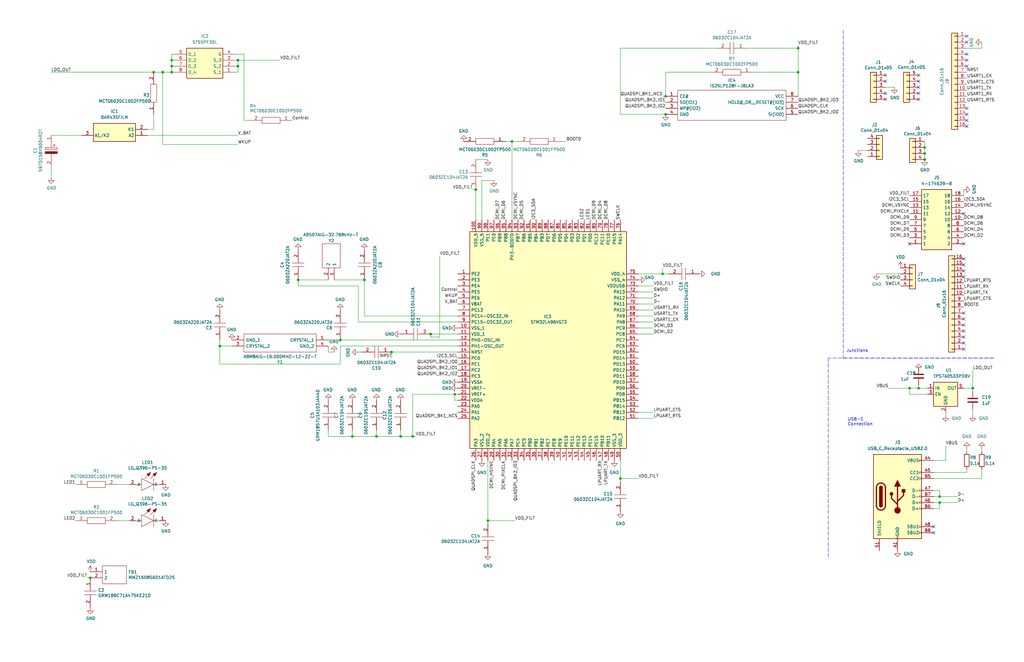
<source format=kicad_sch>
(kicad_sch (version 20231120) (generator "eeschema") (generator_version "8.0")
  (paper "User" 431.8 279.4)
  (junction (at 158.75 184.15))
  (junction (at 125.73 118.11))
  (junction (at 173.99 184.15))
  (junction (at 279.4 115.57))
  (junction (at 387.35 163.83))
  (junction (at 64.77 30.48))
  (junction (at 181.61 140.97))
  (junction (at 280.67 40.64))
  (junction (at 261.62 201.93))
  (junction (at 72.39 25.4))
  (junction (at 200.66 80.01))
  (junction (at 100.33 25.4))
  (junction (at 165.1 148.59))
  (junction (at 100.33 27.94))
  (junction (at 215.9 59.69))
  (junction (at 38.1 243.84))
  (junction (at 168.91 184.15))
  (junction (at 68.58 30.48))
  (junction (at 396.24 209.55))
  (junction (at 389.89 67.31))
  (junction (at 153.67 118.11))
  (junction (at 383.54 163.83))
  (junction (at 280.67 48.26))
  (junction (at 389.89 64.77))
  (junction (at 389.89 62.23))
  (junction (at 191.77 166.37))
  (junction (at 143.51 143.51))
  (junction (at 410.21 163.83))
  (junction (at 92.71 146.05))
  (junction (at 72.39 30.48))
  (junction (at 72.39 27.94))
  (junction (at 396.24 212.09))
  (junction (at 148.59 184.15))
  (junction (at 336.55 20.32))
  (junction (at 205.74 219.71))
  (junction (at 336.55 30.48))
  (no_connect (at 406.4 132.08))
  (no_connect (at 406.4 111.76))
  (no_connect (at 407.67 48.26))
  (no_connect (at 407.67 25.4))
  (no_connect (at 383.54 102.87))
  (no_connect (at 387.35 31.75))
  (no_connect (at 387.35 41.91))
  (no_connect (at 406.4 134.62))
  (no_connect (at 406.4 109.22))
  (no_connect (at 406.4 102.87))
  (no_connect (at 406.4 139.7))
  (no_connect (at 406.4 142.24))
  (no_connect (at 373.38 41.91))
  (no_connect (at 373.38 34.29))
  (no_connect (at 407.67 27.94))
  (no_connect (at 407.67 15.24))
  (no_connect (at 393.7 224.79))
  (no_connect (at 393.7 222.25))
  (no_connect (at 406.4 137.16))
  (no_connect (at 406.4 147.32))
  (no_connect (at 406.4 114.3))
  (no_connect (at 407.67 45.72))
  (no_connect (at 406.4 90.17))
  (no_connect (at 373.38 39.37))
  (no_connect (at 387.35 36.83))
  (no_connect (at 407.67 53.34))
  (no_connect (at 406.4 116.84))
  (no_connect (at 373.38 31.75))
  (no_connect (at 407.67 22.86))
  (no_connect (at 406.4 144.78))
  (no_connect (at 407.67 17.78))
  (no_connect (at 387.35 34.29))
  (no_connect (at 387.35 39.37))
  (no_connect (at 407.67 50.8))
  (wire (pts (xy 389.89 67.31) (xy 389.89 64.77)))
  (wire (pts (xy 100.33 25.4) (xy 118.11 25.4)))
  (wire (pts (xy 100.33 30.48) (xy 99.06 30.48)))
  (wire (pts (xy 165.1 151.13) (xy 165.1 148.59)))
  (wire (pts (xy 369.57 115.57) (xy 379.73 115.57)))
  (wire (pts (xy 261.62 48.26) (xy 261.62 20.32)))
  (wire (pts (xy 173.99 184.15) (xy 168.91 184.15)))
  (wire (pts (xy 68.58 30.48) (xy 68.58 60.96)))
  (wire (pts (xy 396.24 212.09) (xy 403.86 212.09)))
  (wire (pts (xy 72.39 27.94) (xy 73.66 27.94)))
  (wire (pts (xy 64.77 30.48) (xy 68.58 30.48)))
  (wire (pts (xy 143.51 146.05) (xy 193.04 146.05)))
  (wire (pts (xy 102.87 50.8) (xy 105.41 50.8)))
  (wire (pts (xy 410.21 163.83) (xy 410.21 165.1)))
  (wire (pts (xy 383.54 166.37) (xy 383.54 163.83)))
  (wire (pts (xy 38.1 243.84) (xy 36.83 243.84)))
  (wire (pts (xy 200.66 80.01) (xy 199.39 80.01)))
  (polyline (pts (xy 349.25 151.13) (xy 349.25 234.95)) (stroke (width 0) (type dash)))
  (wire (pts (xy 102.87 22.86) (xy 102.87 50.8)))
  (wire (pts (xy 391.16 166.37) (xy 383.54 166.37)))
  (wire (pts (xy 275.59 125.73) (xy 269.24 125.73)))
  (wire (pts (xy 275.59 130.81) (xy 269.24 130.81)))
  (wire (pts (xy 280.67 40.64) (xy 279.4 40.64)))
  (wire (pts (xy 215.9 59.69) (xy 215.9 92.71)))
  (wire (pts (xy 72.39 25.4) (xy 73.66 25.4)))
  (polyline (pts (xy 355.6 151.13) (xy 419.1 151.13)) (stroke (width 0) (type dash)))
  (wire (pts (xy 205.74 219.71) (xy 217.17 219.71)))
  (wire (pts (xy 151.13 135.89) (xy 193.04 135.89)))
  (wire (pts (xy 72.39 25.4) (xy 72.39 27.94)))
  (wire (pts (xy 200.66 67.31) (xy 205.74 67.31)))
  (wire (pts (xy 396.24 209.55) (xy 403.86 209.55)))
  (wire (pts (xy 275.59 133.35) (xy 269.24 133.35)))
  (wire (pts (xy 100.33 27.94) (xy 100.33 30.48)))
  (wire (pts (xy 407.67 189.23) (xy 407.67 190.5)))
  (wire (pts (xy 215.9 59.69) (xy 218.44 59.69)))
  (wire (pts (xy 151.13 148.59) (xy 152.4 148.59)))
  (wire (pts (xy 269.24 201.93) (xy 261.62 201.93)))
  (wire (pts (xy 72.39 30.48) (xy 73.66 30.48)))
  (wire (pts (xy 191.77 166.37) (xy 193.04 166.37)))
  (wire (pts (xy 393.7 194.31) (xy 398.78 194.31)))
  (wire (pts (xy 275.59 173.99) (xy 269.24 173.99)))
  (wire (pts (xy 62.23 57.15) (xy 100.33 57.15)))
  (wire (pts (xy 336.55 20.32) (xy 336.55 30.48)))
  (wire (pts (xy 407.67 199.39) (xy 407.67 198.12)))
  (wire (pts (xy 181.61 142.24) (xy 181.61 140.97)))
  (wire (pts (xy 261.62 20.32) (xy 302.26 20.32)))
  (wire (pts (xy 49.53 219.71) (xy 54.61 219.71)))
  (wire (pts (xy 410.21 156.21) (xy 410.21 163.83)))
  (wire (pts (xy 336.55 40.64) (xy 336.55 30.48)))
  (wire (pts (xy 389.89 62.23) (xy 389.89 59.69)))
  (wire (pts (xy 173.99 184.15) (xy 173.99 166.37)))
  (wire (pts (xy 138.43 118.11) (xy 125.73 118.11)))
  (wire (pts (xy 414.02 189.23) (xy 414.02 190.5)))
  (wire (pts (xy 158.75 181.61) (xy 158.75 184.15)))
  (wire (pts (xy 203.2 92.71) (xy 203.2 76.2)))
  (wire (pts (xy 21.59 74.93) (xy 21.59 69.85)))
  (wire (pts (xy 393.7 199.39) (xy 407.67 199.39)))
  (wire (pts (xy 398.78 175.26) (xy 398.78 173.99)))
  (wire (pts (xy 185.42 142.24) (xy 181.61 142.24)))
  (wire (pts (xy 280.67 48.26) (xy 261.62 48.26)))
  (wire (pts (xy 140.97 148.59) (xy 138.43 148.59)))
  (wire (pts (xy 398.78 194.31) (xy 398.78 187.96)))
  (wire (pts (xy 68.58 30.48) (xy 72.39 30.48)))
  (wire (pts (xy 406.4 80.01) (xy 406.4 82.55)))
  (wire (pts (xy 143.51 153.67) (xy 92.71 153.67)))
  (wire (pts (xy 275.59 123.19) (xy 269.24 123.19)))
  (wire (pts (xy 377.19 36.83) (xy 373.38 36.83)))
  (wire (pts (xy 99.06 27.94) (xy 100.33 27.94)))
  (wire (pts (xy 393.7 214.63) (xy 396.24 214.63)))
  (wire (pts (xy 275.59 140.97) (xy 269.24 140.97)))
  (wire (pts (xy 275.59 135.89) (xy 269.24 135.89)))
  (polyline (pts (xy 419.1 151.13) (xy 349.25 151.13)) (stroke (width 0) (type dash)))
  (wire (pts (xy 387.35 163.83) (xy 391.16 163.83)))
  (wire (pts (xy 165.1 148.59) (xy 193.04 148.59)))
  (wire (pts (xy 205.74 194.31) (xy 205.74 219.71)))
  (wire (pts (xy 393.7 212.09) (xy 396.24 212.09)))
  (wire (pts (xy 387.35 154.94) (xy 387.35 156.21)))
  (wire (pts (xy 336.55 30.48) (xy 317.5 30.48)))
  (wire (pts (xy 97.79 146.05) (xy 92.71 146.05)))
  (wire (pts (xy 68.58 60.96) (xy 100.33 60.96)))
  (wire (pts (xy 173.99 184.15) (xy 175.26 184.15)))
  (wire (pts (xy 21.59 30.48) (xy 64.77 30.48)))
  (wire (pts (xy 138.43 148.59) (xy 138.43 146.05)))
  (wire (pts (xy 73.66 22.86) (xy 72.39 22.86)))
  (wire (pts (xy 279.4 115.57) (xy 281.94 115.57)))
  (wire (pts (xy 49.53 204.47) (xy 54.61 204.47)))
  (wire (pts (xy 407.67 20.32) (xy 414.02 20.32)))
  (wire (pts (xy 64.77 48.26) (xy 64.77 54.61)))
  (wire (pts (xy 92.71 146.05) (xy 92.71 143.51)))
  (wire (pts (xy 148.59 181.61) (xy 148.59 184.15)))
  (wire (pts (xy 365.76 63.5) (xy 361.95 63.5)))
  (wire (pts (xy 138.43 184.15) (xy 138.43 181.61)))
  (wire (pts (xy 191.77 168.91) (xy 191.77 166.37)))
  (wire (pts (xy 406.4 163.83) (xy 410.21 163.83)))
  (wire (pts (xy 72.39 22.86) (xy 72.39 25.4)))
  (wire (pts (xy 387.35 162.56) (xy 387.35 163.83)))
  (wire (pts (xy 153.67 118.11) (xy 140.97 118.11)))
  (wire (pts (xy 205.74 219.71) (xy 205.74 220.98)))
  (wire (pts (xy 275.59 176.53) (xy 269.24 176.53)))
  (wire (pts (xy 191.77 166.37) (xy 173.99 166.37)))
  (wire (pts (xy 383.54 163.83) (xy 387.35 163.83)))
  (wire (pts (xy 168.91 181.61) (xy 168.91 184.15)))
  (wire (pts (xy 185.42 107.95) (xy 185.42 142.24)))
  (wire (pts (xy 374.65 163.83) (xy 383.54 163.83)))
  (wire (pts (xy 92.71 153.67) (xy 92.71 146.05)))
  (wire (pts (xy 275.59 138.43) (xy 269.24 138.43)))
  (wire (pts (xy 143.51 146.05) (xy 143.51 153.67)))
  (wire (pts (xy 280.67 30.48) (xy 299.72 30.48)))
  (wire (pts (xy 389.89 64.77) (xy 389.89 62.23)))
  (wire (pts (xy 148.59 184.15) (xy 138.43 184.15)))
  (wire (pts (xy 200.66 92.71) (xy 200.66 80.01)))
  (wire (pts (xy 62.23 54.61) (xy 64.77 54.61)))
  (wire (pts (xy 261.62 201.93) (xy 261.62 203.2)))
  (wire (pts (xy 275.59 128.27) (xy 269.24 128.27)))
  (wire (pts (xy 213.36 59.69) (xy 215.9 59.69)))
  (wire (pts (xy 151.13 135.89) (xy 151.13 120.65)))
  (wire (pts (xy 280.67 40.64) (xy 280.67 30.48)))
  (wire (pts (xy 414.02 201.93) (xy 414.02 198.12)))
  (wire (pts (xy 279.4 113.03) (xy 279.4 115.57)))
  (wire (pts (xy 393.7 207.01) (xy 396.24 207.01)))
  (wire (pts (xy 181.61 140.97) (xy 193.04 140.97)))
  (wire (pts (xy 125.73 120.65) (xy 125.73 118.11)))
  (wire (pts (xy 143.51 143.51) (xy 193.04 143.51)))
  (wire (pts (xy 396.24 212.09) (xy 396.24 214.63)))
  (wire (pts (xy 99.06 25.4) (xy 100.33 25.4)))
  (wire (pts (xy 261.62 194.31) (xy 261.62 201.93)))
  (polyline (pts (xy 355.6 12.7) (xy 355.6 151.13)) (stroke (width 0) (type dash)))
  (wire (pts (xy 193.04 168.91) (xy 191.77 168.91)))
  (wire (pts (xy 414.02 20.32) (xy 414.02 17.78)))
  (wire (pts (xy 143.51 143.51) (xy 138.43 143.51)))
  (wire (pts (xy 396.24 209.55) (xy 393.7 209.55)))
  (wire (pts (xy 269.24 115.57) (xy 279.4 115.57)))
  (wire (pts (xy 100.33 25.4) (xy 100.33 27.94)))
  (wire (pts (xy 393.7 201.93) (xy 414.02 201.93)))
  (wire (pts (xy 238.76 59.69) (xy 236.22 59.69)))
  (wire (pts (xy 168.91 184.15) (xy 158.75 184.15)))
  (wire (pts (xy 203.2 76.2) (xy 208.28 76.2)))
  (wire (pts (xy 151.13 120.65) (xy 125.73 120.65)))
  (wire (pts (xy 275.59 120.65) (xy 269.24 120.65)))
  (wire (pts (xy 314.96 20.32) (xy 336.55 20.32)))
  (wire (pts (xy 410.21 175.26) (xy 410.21 172.72)))
  (wire (pts (xy 72.39 27.94) (xy 72.39 30.48)))
  (wire (pts (xy 336.55 20.32) (xy 336.55 19.05)))
  (wire (pts (xy 153.67 133.35) (xy 153.67 118.11)))
  (wire (pts (xy 153.67 133.35) (xy 193.04 133.35)))
  (wire (pts (xy 158.75 184.15) (xy 148.59 184.15)))
  (wire (pts (xy 21.59 57.15) (xy 34.29 57.15)))
  (wire (pts (xy 99.06 22.86) (xy 102.87 22.86)))
  (wire (pts (xy 396.24 207.01) (xy 396.24 209.55)))
  (text "Junctions" (at 356.87 148.844 0) (effects (font (size 1.27 1.27)) (justify left bottom)))
  (text "USB-C \nConnection" (at 357.378 179.832 0) (effects (font (size 1.27 1.27)) (justify left bottom)))
  (label "LPUART_TX" (at 406.4 124.46 0))
  (label "D-" (at 403.86 209.55 0))
  (label "DCMI_D9" (at 383.54 92.71 180))
  (label "QUADSPI_BK2_IO0" (at 193.04 153.67 180))
  (label "VDD_FILT" (at 199.39 80.01 180))
  (label "QUADSPI_BK2_IO1" (at 280.67 43.18 180))
  (label "VDD_FILT" (at 269.24 201.93 0))
  (label "USART1_CTS" (at 407.67 35.56 0))
  (label "DCMI_D5" (at 383.54 97.79 180))
  (label "VDD_FILT" (at 175.26 184.15 0))
  (label "QUADSPI_BK2_IO2" (at 193.04 158.75 180))
  (label "VBUS" (at 398.78 187.96 0))
  (label "USART1_RX" (at 407.67 40.64 0))
  (label "QUADSPI_BK2_IO1" (at 193.04 156.21 180))
  (label "DCMI_PIXCLK" (at 213.36 194.31 270))
  (label "SWCLK" (at 261.62 92.71 90))
  (label "I2C3_SDA" (at 226.06 92.71 90))
  (label "I2C3_SDA" (at 406.4 85.09 0))
  (label "DCMI_D5" (at 220.98 92.71 90))
  (label "VDD_FILT" (at 36.83 243.84 180))
  (label "NRST" (at 407.67 30.48 0))
  (label "DCMI_D2" (at 275.59 140.97 0))
  (label "DCMI_D7" (at 383.54 95.25 180))
  (label "DCMI_VSYNC" (at 383.54 87.63 180))
  (label "LED2" (at 31.75 219.71 180))
  (label "D+" (at 403.86 212.09 0))
  (label "QUADSPI_CLK" (at 200.66 194.31 270))
  (label "VDD_FILT" (at 279.4 113.03 0))
  (label "LPUART_RX" (at 406.4 121.92 0))
  (label "D+" (at 275.59 125.73 0))
  (label "DCMI_D3" (at 383.54 100.33 180))
  (label "I2C3_SCL" (at 383.54 85.09 180))
  (label "VDD_FILT" (at 118.11 25.4 0))
  (label "V_BAT" (at 193.04 128.27 180))
  (label "QUADSPI_BK2_IO2" (at 280.67 45.72 180))
  (label "VBUS" (at 374.65 163.83 180))
  (label "Control" (at 123.19 50.8 0))
  (label "LPUART_RTS" (at 275.59 176.53 0))
  (label "I2C3_SCL" (at 193.04 151.13 180))
  (label "LDO_OUT" (at 21.59 30.48 0))
  (label "VDD_FILT" (at 275.59 120.65 0))
  (label "VDD_FILT" (at 336.55 19.05 0))
  (label "DCMI_PIXCLK" (at 383.54 90.17 180))
  (label "BOOT0" (at 406.4 129.54 0))
  (label "QUADSPI_BK2_IO3" (at 218.44 194.31 270))
  (label "QUADSPI_CLK" (at 336.55 45.72 0))
  (label "QUADSPI_BK2_IO3" (at 336.55 43.18 0))
  (label "LPUART_RTS" (at 406.4 119.38 0))
  (label "WKUP" (at 100.33 60.96 0))
  (label "BOOT0" (at 238.76 59.69 0))
  (label "SWDIO" (at 275.59 123.19 0))
  (label "DCMI_D3" (at 275.59 138.43 0))
  (label "VDD_FILT" (at 217.17 219.71 0))
  (label "USART1_CK" (at 407.67 33.02 0))
  (label "LPUART_TX" (at 256.54 194.31 270))
  (label "VDD_FILT" (at 383.54 82.55 180))
  (label "DCMI_VSYNC" (at 218.44 92.71 90))
  (label "Control" (at 193.04 123.19 180))
  (label "USART1_TX" (at 275.59 133.35 0))
  (label "LED1" (at 31.75 204.47 180))
  (label "DCMI_D8" (at 406.4 92.71 0))
  (label "WKUP" (at 193.04 125.73 180))
  (label "LPUART_RX" (at 254 194.31 270))
  (label "SWCLK" (at 379.73 120.65 180))
  (label "DCMI_D2" (at 406.4 100.33 0))
  (label "DCMI_D6" (at 213.36 92.71 90))
  (label "DCMI_D7" (at 210.82 92.71 90))
  (label "DCMI_HSYNC" (at 208.28 194.31 270))
  (label "LED2" (at 246.38 92.71 90))
  (label "DCMI_D4" (at 406.4 97.79 0))
  (label "DCMI_D4" (at 254 92.71 90))
  (label "SWDIO" (at 379.73 118.11 180))
  (label "V_BAT" (at 100.33 57.15 0))
  (label "DCMI_D9" (at 251.46 92.71 90))
  (label "DCMI_D8" (at 256.54 92.71 90))
  (label "D-" (at 275.59 128.27 0))
  (label "DCMI_HSYNC" (at 406.4 87.63 0))
  (label "USART1_TX" (at 407.67 38.1 0))
  (label "USART1_RTS" (at 407.67 43.18 0))
  (label "USART1_CK" (at 275.59 135.89 0))
  (label "LDO_OUT" (at 410.21 156.21 0))
  (label "DCMI_D6" (at 406.4 95.25 0))
  (label "LPUART_CTS" (at 275.59 173.99 0))
  (label "QUADSPI_BK2_IO0" (at 336.55 48.26 0))
  (label "LED1" (at 248.92 92.71 90))
  (label "USART1_RX" (at 275.59 130.81 0))
  (label "NRST" (at 165.1 151.13 180))
  (label "LPUART_CTS" (at 406.4 127 0))
  (label "QUADSPI_BK1_NCS" (at 193.04 176.53 180))
  (label "VDD_FILT" (at 185.42 107.95 0))
  (label "QUADSPI_BK1_NCS" (at 279.4 40.64 180))
  (symbol (lib_id "ta-expt:597D158X9004R2T") (at 21.59 57.15 270) (unit 1)
    (property "Reference" "C1" (at 14.8082 63.5 0))
    (property "Value" "597D158X9004R2T" (at 17.1196 63.5 0))
    (property "Footprint" "ta-expt-v2-100:CAPPC5660X400N" (effects (hide yes)))
    (property "Datasheet" "http://www.vishay.com/doc?40047" (effects (hide yes)))
    (property "Description" "Solid Tantalum Chip Capacitors TANTAMOUNT(TM), Ultra-Low ESR, Conformal Coated, Maximum CV" (effects (hide yes)))
    (property "Height" "4" (effects (hide yes)))
    (property "Manufacturer_Name" "Vishay" (effects (hide yes)))
    (property "Manufacturer_Part_Number" "597D158X9004R2T" (effects (hide yes)))
    (property "Arrow Part Number" "597D158X9004R2T" (effects (hide yes)))
    (property "Arrow Price/Stock" "https://www.arrow.com/en/products/597d158x9004r2t/vishay" (effects (hide yes)))
    (property "Mouser Part Number" "71-597D158X9004R2T" (effects (hide yes)))
    (property "Mouser Price/Stock" "https://www.mouser.com/Search/Refine.aspx?Keyword=71-597D158X9004R2T" (effects (hide yes)))
  )
  (symbol (lib_id "power:GND") (at 21.59 74.93 0) (unit 1)
    (property "Reference" "#PWR01" (effects (hide yes)))
    (property "Value" "GND" (at 21.717 79.3242 0))
  )
  (symbol (lib_id "ta-expt:IS25LP128F-JBLA3") (at 280.67 40.64 0) (unit 1)
    (property "Reference" "IC4" (at 308.61 33.909 0))
    (property "Value" "IS25LP128F-JBLA3" (at 308.61 36.2204 0))
    (property "Footprint" "ta-expt-v2-100:SOIC127P790X216-8N" (effects (hide yes)))
    (property "Datasheet" "http://www.issi.com/WW/pdf/25LP-WP128F.pdf" (effects (hide yes)))
    (property "Description" "NOR Flash 128M 2.3-3.6V 166Mhz Serial NOR Flash" (effects (hide yes)))
    (property "Height" "2.16" (effects (hide yes)))
    (property "Manufacturer_Name" "Integrated Silicon Solution Inc." (effects (hide yes)))
    (property "Manufacturer_Part_Number" "IS25LP128F-JBLA3" (effects (hide yes)))
    (property "Arrow Part Number" "IS25LP128F-JBLA3" (effects (hide yes)))
    (property "Arrow Price/Stock" "https://www.arrow.com/en/products/is25lp128f-jbla3/integrated-silicon-solution-inc" (effects (hide yes)))
    (property "Mouser Part Number" "870-IS25LP128F-JBLA3" (effects (hide yes)))
    (property "Mouser Price/Stock" "https://www.mouser.co.uk/ProductDetail/ISSI/IS25LP128F-JBLA3?qs=f9yNj16SXrJUIEEJAN4gHA%3D%3D" (effects (hide yes)))
  )
  (symbol (lib_id "ta-expt:0603ZC104JAT2A") (at 314.96 20.32 0) (mirror y) (unit 1)
    (property "Reference" "C17" (at 308.61 13.589 0))
    (property "Value" "0603ZC104JAT2A" (at 308.61 15.9004 0))
    (property "Footprint" "ta-expt-v2-100:CAPC1608X90N" (effects (hide yes)))
    (property "Datasheet" "https://componentsearchengine.com/Datasheets/1/06031A100FAT2A.pdf" (effects (hide yes)))
    (property "Description" "Multilayer Ceramic Capacitors MLCC - SMD/SMT 10V .1uF X7R 0603 5%" (effects (hide yes)))
    (property "Height" "0.9" (effects (hide yes)))
    (property "Manufacturer_Name" "AVX" (effects (hide yes)))
    (property "Manufacturer_Part_Number" "0603ZC104JAT2A" (effects (hide yes)))
    (property "Arrow Part Number" "0603ZC104JAT2A" (effects (hide yes)))
    (property "Mouser Part Number" "581-0603ZC104JAT2A" (effects (hide yes)))
    (property "Mouser Price/Stock" "https://www.mouser.com/Search/Refine.aspx?Keyword=581-0603ZC104JAT2A" (effects (hide yes)))
  )
  (symbol (lib_id "ta-expt:MCT06030C1002FP500") (at 317.5 30.48 0) (mirror y) (unit 1)
    (property "Reference" "R7" (at 308.61 24.765 0))
    (property "Value" "MCT06030C1002FP500" (at 308.61 27.0764 0))
    (property "Footprint" "ta-expt-v2-100:RESC1608X55N" (effects (hide yes)))
    (property "Datasheet" "http://www.vishay.com/docs/28705/mcx0x0xpro.pdf" (effects (hide yes)))
    (property "Description" "Thin Film Resistors - SMD .1W 10Kohms 1% 0603 50ppm Auto" (effects (hide yes)))
    (property "Height" "0.55" (effects (hide yes)))
    (property "Manufacturer_Name" "Vishay" (effects (hide yes)))
    (property "Manufacturer_Part_Number" "MCT06030C1002FP500" (effects (hide yes)))
    (property "Arrow Part Number" "MCT06030C1002FP500" (effects (hide yes)))
    (property "Mouser Part Number" "594-MCT06030C1002FP5" (effects (hide yes)))
    (property "Mouser Price/Stock" "https://www.mouser.co.uk/ProductDetail/Vishay-Beyschlag/MCT06030C1002FP500?qs=Wvg1umJc15zoHgIjwqoGHw%3D%3D" (effects (hide yes)))
  )
  (symbol (lib_id "Connector_Generic:Conn_01x16") (at 401.32 129.54 180) (unit 1)
    (property "Reference" "J8" (at 395.732 129.032 90))
    (property "Value" "Conn_01x16" (at 398.1196 128.1684 90))
    (property "Footprint" "ta-expt-v2-100:PinSocket_1x16_TartanArtibeus" (effects (hide yes)))
  )
  (symbol (lib_id "Connector_Generic:Conn_01x16") (at 402.59 33.02 0) (mirror y) (unit 1)
    (property "Reference" "J9" (at 399.415 34.3916 90))
    (property "Value" "Conn_01x16" (at 397.1036 34.3916 90))
    (property "Footprint" "ta-expt-v2-100:PinSocket_1x16_TartanArtibeus" (effects (hide yes)))
  )
  (symbol (lib_id "power:GND") (at 414.02 17.78 270) (unit 1)
    (property "Reference" "#PWR042" (effects (hide yes)))
    (property "Value" "GND" (at 409.6258 17.907 0))
  )
  (symbol (lib_id "ta-expt:MCT06030C1001FP500") (at 31.75 204.47 0) (unit 1)
    (property "Reference" "R1" (at 40.64 198.755 0))
    (property "Value" "MCT06030C1001FP500" (at 40.64 201.0664 0))
    (property "Footprint" "ta-expt-v2-100:RESC1608X55N" (effects (hide yes)))
    (property "Datasheet" "http://www.vishay.com/docs/28705/mcx0x0xpro.pdf" (effects (hide yes)))
    (property "Description" "Thin Film Resistors - SMD .1W 1Kohm 1% 0603 50ppm Auto" (effects (hide yes)))
    (property "Height" "0.55" (effects (hide yes)))
    (property "Manufacturer_Name" "Vishay" (effects (hide yes)))
    (property "Manufacturer_Part_Number" "MCT06030C1001FP500" (effects (hide yes)))
    (property "Arrow Part Number" "MCT06030C1001FP500" (effects (hide yes)))
    (property "Mouser Part Number" "594-MCT06030C1001FP5" (effects (hide yes)))
    (property "Mouser Price/Stock" "https://www.mouser.co.uk/ProductDetail/Vishay-Beyschlag/MCT06030C1001FP500?qs=7ZE6F4QMOBbsjeUdqW8cwA%3D%3D" (effects (hide yes)))
  )
  (symbol (lib_id "ta-expt:MCT06030C1001FP500") (at 31.75 219.71 0) (unit 1)
    (property "Reference" "R2" (at 40.64 213.995 0))
    (property "Value" "MCT06030C1001FP500" (at 40.64 216.3064 0))
    (property "Footprint" "ta-expt-v2-100:RESC1608X55N" (effects (hide yes)))
    (property "Datasheet" "http://www.vishay.com/docs/28705/mcx0x0xpro.pdf" (effects (hide yes)))
    (property "Description" "Thin Film Resistors - SMD .1W 1Kohm 1% 0603 50ppm Auto" (effects (hide yes)))
    (property "Height" "0.55" (effects (hide yes)))
    (property "Manufacturer_Name" "Vishay" (effects (hide yes)))
    (property "Manufacturer_Part_Number" "MCT06030C1001FP500" (effects (hide yes)))
    (property "Arrow Part Number" "MCT06030C1001FP500" (effects (hide yes)))
    (property "Mouser Part Number" "594-MCT06030C1001FP5" (effects (hide yes)))
    (property "Mouser Price/Stock" "https://www.mouser.co.uk/ProductDetail/Vishay-Beyschlag/MCT06030C1001FP500?qs=7ZE6F4QMOBbsjeUdqW8cwA%3D%3D" (effects (hide yes)))
  )
  (symbol (lib_id "ta-expt:LG_Q396-PS-35") (at 69.85 204.47 0) (mirror y) (unit 1)
    (property "Reference" "LED1" (at 62.23 195.1482 0))
    (property "Value" "LG_Q396-PS-35" (at 62.23 197.4596 0))
    (property "Footprint" "ta-expt-v2-100:LGQ396PS35" (effects (hide yes)))
    (property "Datasheet" "https://mouser.componentsearchengine.com/Datasheets/2/LG%20Q396-PS-35.pdf" (effects (hide yes)))
    (property "Description" "CHIPLED 0603 GREEN" (effects (hide yes)))
    (property "Height" "0.4" (effects (hide yes)))
    (property "Manufacturer_Name" "OSRAM" (effects (hide yes)))
    (property "Manufacturer_Part_Number" "LG Q396-PS-35" (effects (hide yes)))
    (property "Arrow Part Number" "LG Q396-PS-35" (effects (hide yes)))
    (property "Arrow Price/Stock" "https://www.arrow.com/en/products/lgq396-ps-35/osram-opto-semiconductors" (effects (hide yes)))
    (property "Mouser Part Number" "720-LGQ396A3964" (effects (hide yes)))
    (property "Mouser Price/Stock" "https://www.mouser.co.uk/ProductDetail/OSRAM-Opto-Semiconductors/LG-Q396-PS-35?qs=xC%252BE9h5iuX5%252BCocujXxOpw%3D%3D" (effects (hide yes)))
  )
  (symbol (lib_id "power:GND") (at 69.85 204.47 0) (unit 1)
    (property "Reference" "#PWR04" (effects (hide yes)))
    (property "Value" "GND" (at 69.977 208.8642 0))
  )
  (symbol (lib_id "ta-expt:LG_Q396-PS-35") (at 69.85 219.71 0) (mirror y) (unit 1)
    (property "Reference" "LED2" (at 62.23 210.3882 0))
    (property "Value" "LG_Q396-PS-35" (at 62.23 212.6996 0))
    (property "Footprint" "ta-expt-v2-100:LGQ396PS35" (effects (hide yes)))
    (property "Datasheet" "https://mouser.componentsearchengine.com/Datasheets/2/LG%20Q396-PS-35.pdf" (effects (hide yes)))
    (property "Description" "CHIPLED 0603 GREEN" (effects (hide yes)))
    (property "Height" "0.4" (effects (hide yes)))
    (property "Manufacturer_Name" "OSRAM" (effects (hide yes)))
    (property "Manufacturer_Part_Number" "LG Q396-PS-35" (effects (hide yes)))
    (property "Arrow Part Number" "LG Q396-PS-35" (effects (hide yes)))
    (property "Arrow Price/Stock" "https://www.arrow.com/en/products/lgq396-ps-35/osram-opto-semiconductors" (effects (hide yes)))
    (property "Mouser Part Number" "720-LGQ396A3964" (effects (hide yes)))
    (property "Mouser Price/Stock" "https://www.mouser.co.uk/ProductDetail/OSRAM-Opto-Semiconductors/LG-Q396-PS-35?qs=xC%252BE9h5iuX5%252BCocujXxOpw%3D%3D" (effects (hide yes)))
  )
  (symbol (lib_id "power:GND") (at 69.85 219.71 0) (unit 1)
    (property "Reference" "#PWR05" (effects (hide yes)))
    (property "Value" "GND" (at 69.977 224.1042 0))
  )
  (symbol (lib_id "Connector_Generic:Conn_01x04") (at 384.81 115.57 0) (unit 1)
    (property "Reference" "J7" (at 386.842 115.7732 0) (effects (justify left)))
    (property "Value" "Conn_01x04" (at 386.842 118.0846 0) (effects (justify left)))
    (property "Footprint" "ta-expt-v2-100:PinSocket_4x1_TartanArtibeus" (effects (hide yes)))
  )
  (symbol (lib_id "power:GND") (at 369.57 115.57 0) (unit 1)
    (property "Reference" "#PWR032" (effects (hide yes)))
    (property "Value" "GND" (at 369.697 119.9642 0))
  )
  (symbol (lib_id "Connector_Generic:Conn_01x04") (at 370.84 63.5 0) (mirror x) (unit 1)
    (property "Reference" "J2" (at 368.7572 52.705 0))
    (property "Value" "Conn_01x04" (at 368.7572 55.0164 0))
    (property "Footprint" "ta-expt-v2-100:PinSocket_4x1_TartanArtibeus" (effects (hide yes)))
  )
  (symbol (lib_id "power:VDD") (at 379.73 113.03 0) (unit 1)
    (property "Reference" "#PWR035" (effects (hide yes)))
    (property "Value" "VDD" (at 379.73 108.458 0))
  )
  (symbol (lib_id "ta-expt:MMZ1608S601ATD25") (at 38.1 241.3 0) (unit 1)
    (property "Reference" "FB1" (at 54.0512 241.4016 0) (effects (justify left)))
    (property "Value" "MMZ1608S601ATD25" (at 54.0512 243.713 0) (effects (justify left)))
    (property "Footprint" "ta-expt-v2-100:BEADC1608X95N" (effects (hide yes)))
    (property "Datasheet" "https://datasheet.datasheetarchive.com/originals/dk/DKDS-25/489214.pdf" (effects (hide yes)))
    (property "Description" "Ferrite Beads Multi-Layer 600Ohm 25% 100MHz 500mA 350mOhm DCR 0603 Automotive T/R" (effects (hide yes)))
    (property "Height" "0.95" (effects (hide yes)))
    (property "Manufacturer_Name" "TDK" (effects (hide yes)))
    (property "Manufacturer_Part_Number" "MMZ1608S601ATD25" (effects (hide yes)))
    (property "Arrow Part Number" "MMZ1608S601ATD25" (effects (hide yes)))
    (property "Arrow Price/Stock" "https://www.arrow.com/en/products/mmz1608s601atd25/tdk" (effects (hide yes)))
    (property "Mouser Part Number" "810-MMZ1608S601ATD25" (effects (hide yes)))
    (property "Mouser Price/Stock" "https://www.mouser.com/Search/Refine.aspx?Keyword=810-MMZ1608S601ATD25" (effects (hide yes)))
  )
  (symbol (lib_id "Connector_Generic:Conn_01x05") (at 382.27 36.83 180) (unit 1)
    (property "Reference" "J4" (at 384.3528 26.035 0))
    (property "Value" "Conn_01x05" (at 384.3528 28.3464 0))
    (property "Footprint" "ta-expt-v2-100:PinSocket_1x5_TartanArtibeus" (effects (hide yes)))
  )
  (symbol (lib_id "ta-expt:GRM188C71A475KE21D") (at 38.1 243.84 270) (unit 1)
    (property "Reference" "C2" (at 41.3512 249.0216 90) (effects (justify left)))
    (property "Value" "GRM188C71A475KE21D" (at 41.3512 251.333 90) (effects (justify left)))
    (property "Footprint" "ta-expt-v2-100:CAPC1608X90N" (effects (hide yes)))
    (property "Description" "Multilayer Ceramic Capacitors MLCC - SMD/SMT" (effects (hide yes)))
    (property "Height" "0.9" (effects (hide yes)))
    (property "Manufacturer_Name" "Murata Electronics" (effects (hide yes)))
    (property "Manufacturer_Part_Number" "GRM188C71A475KE21D" (effects (hide yes)))
    (property "Arrow Part Number" "GRM188C71A475KE21D" (effects (hide yes)))
    (property "Mouser Part Number" "81-GRM188C71A475KE2D" (effects (hide yes)))
    (property "Mouser Price/Stock" "https://www.mouser.com/Search/Refine.aspx?Keyword=81-GRM188C71A475KE2D" (effects (hide yes)))
  )
  (symbol (lib_id "power:GND") (at 38.1 256.54 0) (unit 1)
    (property "Reference" "#PWR03" (effects (hide yes)))
    (property "Value" "GND" (at 38.227 260.9342 0))
  )
  (symbol (lib_id "power:VDD") (at 38.1 241.3 0) (unit 1)
    (property "Reference" "#PWR02" (effects (hide yes)))
    (property "Value" "VDD" (at 38.481 236.9058 0))
  )
  (symbol (lib_id "Connector_Generic:Conn_01x05") (at 368.3 36.83 0) (mirror y) (unit 1)
    (property "Reference" "J1" (at 370.3828 26.2382 0))
    (property "Value" "Conn_01x05" (at 370.3828 28.5496 0))
    (property "Footprint" "ta-expt-v2-100:PinSocket_1x5_TartanArtibeus" (effects (hide yes)))
  )
  (symbol (lib_id "power:GND") (at 361.95 63.5 0) (unit 1)
    (property "Reference" "#PWR031" (effects (hide yes)))
    (property "Value" "GND" (at 362.077 67.8942 0))
  )
  (symbol (lib_id "power:GND") (at 377.19 36.83 0) (unit 1)
    (property "Reference" "#PWR033" (effects (hide yes)))
    (property "Value" "GND" (at 377.317 41.2242 0))
  )
  (symbol (lib_id "power:GND") (at 280.67 48.26 0) (unit 1)
    (property "Reference" "#PWR029" (effects (hide yes)))
    (property "Value" "GND" (at 280.797 52.6542 0))
  )
  (symbol (lib_id "Connector_Generic:Conn_01x04") (at 384.81 62.23 0) (mirror y) (unit 1)
    (property "Reference" "J6" (at 386.8928 54.1782 0))
    (property "Value" "Conn_01x04" (at 386.8928 56.4896 0))
    (property "Footprint" "ta-expt-v2-100:MountingHoles_TartanArtibeus" (effects (hide yes)))
  )
  (symbol (lib_id "power:GND") (at 389.89 67.31 0) (unit 1)
    (property "Reference" "#PWR037" (effects (hide yes)))
    (property "Value" "GND" (at 390.017 71.7042 0))
  )
  (symbol (lib_id "ta-expt:0603ZC105JAT2A") (at 168.91 181.61 90) (unit 1)
    (property "Reference" "C12" (at 162.179 175.26 0))
    (property "Value" "0603ZC105JAT2A" (at 164.4904 175.26 0))
    (property "Footprint" "ta-expt-v2-100:CAPC1608X90N" (effects (hide yes)))
    (property "Datasheet" "https://componentsearchengine.com/Datasheets/1/06031A100FAT2A.pdf" (effects (hide yes)))
    (property "Description" "Multilayer Ceramic Capacitors MLCC - SMD/SMT FACTORY NOT ACCEPTING ORDERS" (effects (hide yes)))
    (property "Height" "0.9" (effects (hide yes)))
    (property "Manufacturer_Name" "AVX" (effects (hide yes)))
    (property "Manufacturer_Part_Number" "0603ZC105JAT2A" (effects (hide yes)))
    (property "Arrow Part Number" "0603ZC105JAT2A" (effects (hide yes)))
    (property "Arrow Price/Stock" "https://www.arrow.com/en/products/0603zc105jat2a/avx" (effects (hide yes)))
    (property "Mouser Part Number" "581-0603ZC105JAT2A" (effects (hide yes)))
    (property "Mouser Price/Stock" "https://www.mouser.com/Search/Refine.aspx?Keyword=581-0603ZC105JAT2A" (effects (hide yes)))
  )
  (symbol (lib_id "ta-expt:0603ZC104JAT2A") (at 205.74 233.68 270) (mirror x) (unit 1)
    (property "Reference" "C14" (at 202.4888 226.1616 90) (effects (justify right)))
    (property "Value" "0603ZC104JAT2A" (at 202.4888 228.473 90) (effects (justify right)))
    (property "Footprint" "ta-expt-v2-100:CAPC1608X90N" (effects (hide yes)))
    (property "Datasheet" "https://componentsearchengine.com/Datasheets/1/06031A100FAT2A.pdf" (effects (hide yes)))
    (property "Description" "Multilayer Ceramic Capacitors MLCC - SMD/SMT 10V .1uF X7R 0603 5%" (effects (hide yes)))
    (property "Height" "0.9" (effects (hide yes)))
    (property "Manufacturer_Name" "AVX" (effects (hide yes)))
    (property "Manufacturer_Part_Number" "0603ZC104JAT2A" (effects (hide yes)))
    (property "Arrow Part Number" "0603ZC104JAT2A" (effects (hide yes)))
    (property "Mouser Part Number" "581-0603ZC104JAT2A" (effects (hide yes)))
    (property "Mouser Price/Stock" "https://www.mouser.com/Search/Refine.aspx?Keyword=581-0603ZC104JAT2A" (effects (hide yes)))
  )
  (symbol (lib_id "ta-expt:0603ZA220JAT2A") (at 125.73 118.11 90) (unit 1)
    (property "Reference" "C4" (at 118.999 111.76 0))
    (property "Value" "0603ZA220JAT2A" (at 121.3104 111.76 0))
    (property "Footprint" "ta-expt-v2-100:CAPC1608X90N" (effects (hide yes)))
    (property "Datasheet" "https://componentsearchengine.com/Datasheets/1/06031A100FAT2A.pdf" (effects (hide yes)))
    (property "Description" "Multilayer Ceramic Capacitors MLCC - SMD/SMT 10V 22pF C0G 0603 5% Tol" (effects (hide yes)))
    (property "Height" "0.9" (effects (hide yes)))
    (property "Manufacturer_Name" "AVX" (effects (hide yes)))
    (property "Manufacturer_Part_Number" "0603ZA220JAT2A" (effects (hide yes)))
    (property "Arrow Part Number" "0603ZA220JAT2A" (effects (hide yes)))
    (property "Arrow Price/Stock" "https://www.arrow.com/en/products/0603za220jat2a/avx" (effects (hide yes)))
    (property "Mouser Part Number" "581-0603ZA220JAT2A" (effects (hide yes)))
    (property "Mouser Price/Stock" "https://www.mouser.com/Search/Refine.aspx?Keyword=581-0603ZA220JAT2A" (effects (hide yes)))
  )
  (symbol (lib_id "Device:R") (at 407.67 194.31 0) (unit 1)
    (property "Reference" "R8" (at 408.94 193.04 0) (effects (justify left)))
    (property "Value" "5.1k" (at 408.94 195.58 0) (effects (justify left)))
    (property "Footprint" "ta-expt-v2-100:RESC1608X55N" (effects (hide yes)))
    (property "Datasheet" "MCT06030C5101FP500" (effects (hide yes)))
  )
  (symbol (lib_id "power:GND") (at 168.91 168.91 180) (unit 1)
    (property "Reference" "#PWR017" (effects (hide yes)))
    (property "Value" "GND" (at 168.783 164.5158 0))
  )
  (symbol (lib_name "GND_1") (lib_id "power:GND") (at 168.91 140.97 270) (unit 1)
    (property "Reference" "#PWR016" (effects (hide yes)))
    (property "Value" "GND" (at 166.37 140.9699 90) (effects (justify right)))
    (property "Description" "Power symbol creates a global label with name \"GND\" , ground" (effects (hide yes)))
  )
  (symbol (lib_id "ta-expt:0603ZC104JAT2A") (at 200.66 80.01 270) (mirror x) (unit 1)
    (property "Reference" "C13" (at 197.4088 72.4916 90) (effects (justify right)))
    (property "Value" "0603ZC104JAT2A" (at 197.4088 74.803 90) (effects (justify right)))
    (property "Footprint" "ta-expt-v2-100:CAPC1608X90N" (effects (hide yes)))
    (property "Datasheet" "https://componentsearchengine.com/Datasheets/1/06031A100FAT2A.pdf" (effects (hide yes)))
    (property "Description" "Multilayer Ceramic Capacitors MLCC - SMD/SMT 10V .1uF X7R 0603 5%" (effects (hide yes)))
    (property "Height" "0.9" (effects (hide yes)))
    (property "Manufacturer_Name" "AVX" (effects (hide yes)))
    (property "Manufacturer_Part_Number" "0603ZC104JAT2A" (effects (hide yes)))
    (property "Arrow Part Number" "0603ZC104JAT2A" (effects (hide yes)))
    (property "Mouser Part Number" "581-0603ZC104JAT2A" (effects (hide yes)))
    (property "Mouser Price/Stock" "https://www.mouser.com/Search/Refine.aspx?Keyword=581-0603ZC104JAT2A" (effects (hide yes)))
  )
  (symbol (lib_id "ta-expt:0603ZC104JAT2A") (at 165.1 148.59 180) (unit 1)
    (property "Reference" "C10" (at 158.75 155.321 0))
    (property "Value" "0603ZC104JAT2A" (at 158.75 153.0096 0))
    (property "Footprint" "ta-expt-v2-100:CAPC1608X90N" (effects (hide yes)))
    (property "Datasheet" "https://componentsearchengine.com/Datasheets/1/06031A100FAT2A.pdf" (effects (hide yes)))
    (property "Description" "Multilayer Ceramic Capacitors MLCC - SMD/SMT 10V .1uF X7R 0603 5%" (effects (hide yes)))
    (property "Height" "0.9" (effects (hide yes)))
    (property "Manufacturer_Name" "AVX" (effects (hide yes)))
    (property "Manufacturer_Part_Number" "0603ZC104JAT2A" (effects (hide yes)))
    (property "Arrow Part Number" "0603ZC104JAT2A" (effects (hide yes)))
    (property "Mouser Part Number" "581-0603ZC104JAT2A" (effects (hide yes)))
    (property "Mouser Price/Stock" "https://www.mouser.com/Search/Refine.aspx?Keyword=581-0603ZC104JAT2A" (effects (hide yes)))
  )
  (symbol (lib_id "power:GND") (at 387.35 156.21 180) (unit 1)
    (property "Reference" "#PWR036" (effects (hide yes)))
    (property "Value" "GND" (at 389.89 154.9399 0) (effects (justify right)))
  )
  (symbol (lib_id "power:GND") (at 143.51 130.81 180) (unit 1)
    (property "Reference" "#PWR011" (effects (hide yes)))
    (property "Value" "GND" (at 143.383 126.4158 0))
  )
  (symbol (lib_name "GND_1") (lib_id "power:GND") (at 294.64 115.57 90) (unit 1)
    (property "Reference" "#PWR030" (effects (hide yes)))
    (property "Value" "GND" (at 299.72 115.5699 90) (effects (justify right)))
    (property "Description" "Power symbol creates a global label with name \"GND\" , ground" (effects (hide yes)))
  )
  (symbol (lib_id "STS5PF30L:STS5PF30L") (at 99.06 30.48 180) (unit 1)
    (property "Reference" "IC2" (at 86.36 15.24 0))
    (property "Value" "STS5PF30L" (at 86.36 17.78 0))
    (property "Footprint" "ta-expt-v2-100:SOIC127P600X175-8N" (effects (hide yes)))
    (property "Datasheet" "http://www.st.com/st-web-ui/static/active/en/resource/technical/document/datasheet/CD00001945.pdf" (effects (hide yes)))
    (property "Description" "STS5PF30L, P-channel MOSFET Transistor 5A 30V, 8-Pin SO" (effects (hide yes)))
    (property "Height" "1.75" (effects (hide yes)))
    (property "Manufacturer_Name" "STMicroelectronics" (effects (hide yes)))
    (property "Manufacturer_Part_Number" "STS5PF30L" (effects (hide yes)))
    (property "Mouser Part Number" "511-STS5PF30L" (effects (hide yes)))
    (property "Mouser Price/Stock" "https://www.mouser.com/Search/Refine.aspx?Keyword=511-STS5PF30L" (effects (hide yes)))
    (property "Arrow Part Number" "STS5PF30L" (effects (hide yes)))
    (property "Arrow Price/Stock" "https://www.arrow.com/en/products/sts5pf30l/stmicroelectronics" (effects (hide yes)))
  )
  (symbol (lib_id "ta-expt:MCT06030C1002FP500") (at 213.36 59.69 180) (unit 1)
    (property "Reference" "R5" (at 204.47 65.405 0))
    (property "Value" "MCT06030C1002FP500" (at 204.47 63.0936 0))
    (property "Footprint" "ta-expt-v2-100:RESC1608X55N" (effects (hide yes)))
    (property "Datasheet" "http://www.vishay.com/docs/28705/mcx0x0xpro.pdf" (effects (hide yes)))
    (property "Description" "Thin Film Resistors - SMD .1W 10Kohms 1% 0603 50ppm Auto" (effects (hide yes)))
    (property "Height" "0.55" (effects (hide yes)))
    (property "Manufacturer_Name" "Vishay" (effects (hide yes)))
    (property "Manufacturer_Part_Number" "MCT06030C1002FP500" (effects (hide yes)))
    (property "Arrow Part Number" "MCT06030C1002FP500" (effects (hide yes)))
    (property "Mouser Part Number" "594-MCT06030C1002FP5" (effects (hide yes)))
    (property "Mouser Price/Stock" "https://www.mouser.co.uk/ProductDetail/Vishay-Beyschlag/MCT06030C1002FP500?qs=Wvg1umJc15zoHgIjwqoGHw%3D%3D" (effects (hide yes)))
  )
  (symbol (lib_id "power:GND") (at 153.67 105.41 180) (unit 1)
    (property "Reference" "#PWR014" (effects (hide yes)))
    (property "Value" "GND" (at 153.543 101.0158 0))
  )
  (symbol (lib_id "power:GND") (at 414.02 189.23 180) (unit 1)
    (property "Reference" "#PWR043" (effects (hide yes)))
    (property "Value" "GND" (at 414.02 184.15 0))
  )
  (symbol (lib_name "GND_1") (lib_id "power:GND") (at 203.2 194.31 0) (unit 1)
    (property "Reference" "#PWR022" (effects (hide yes)))
    (property "Value" "GND" (at 203.2 199.39 0))
    (property "Description" "Power symbol creates a global label with name \"GND\" , ground" (effects (hide yes)))
  )
  (symbol (lib_id "BAR43SFILM:BAR43SFILM") (at 62.23 57.15 180) (unit 1)
    (property "Reference" "IC1" (at 48.26 46.99 0))
    (property "Value" "BAR43SFILM" (at 48.26 49.53 0))
    (property "Footprint" "ta-expt-v2-100:SOTFL50P160X78-3N" (effects (hide yes)))
    (property "Datasheet" "http://www.st.com/st-web-ui/static/active/en/resource/technical/document/datasheet/CD00000764.pdf" (effects (hide yes)))
    (property "Description" "BAR43SFILM, Schottky Diode,  0.1A max, 30V 5ns Dual, 3-Pin, SOT-23" (effects (hide yes)))
    (property "Height" "1.5" (effects (hide yes)))
    (property "Manufacturer_Name" "STMicroelectronics" (effects (hide yes)))
    (property "Manufacturer_Part_Number" "BAR43SFILM" (effects (hide yes)))
    (property "Mouser Part Number" "511-BAR43SFILM" (effects (hide yes)))
    (property "Mouser Price/Stock" "https://www.mouser.co.uk/ProductDetail/STMicroelectronics/BAR43SFILM?qs=QD4S45kuY2oNwRQsBwsPGQ%3D%3D" (effects (hide yes)))
    (property "Arrow Part Number" "BAR43SFILM" (effects (hide yes)))
    (property "Arrow Price/Stock" "https://www.arrow.com/en/products/bar43sfilm/stmicroelectronics?region=europe" (effects (hide yes)))
  )
  (symbol (lib_id "power:GND") (at 92.71 130.81 180) (unit 1)
    (property "Reference" "#PWR06" (effects (hide yes)))
    (property "Value" "GND" (at 92.583 126.4158 0))
  )
  (symbol (lib_id "power:GND") (at 125.73 105.41 180) (unit 1)
    (property "Reference" "#PWR08" (effects (hide yes)))
    (property "Value" "GND" (at 125.603 101.0158 0))
  )
  (symbol (lib_id "power:GND") (at 195.58 59.69 180) (unit 1)
    (property "Reference" "#PWR021" (effects (hide yes)))
    (property "Value" "GND" (at 195.453 55.2958 0))
  )
  (symbol (lib_id "Regulator_Linear:TPS7A0533PDBV") (at 398.78 166.37 0) (unit 1)
    (property "Reference" "U1" (at 400.05 156.21 0))
    (property "Value" "TPS7A0533PDBV" (at 401.32 158.75 0))
    (property "Footprint" "Package_TO_SOT_SMD:SOT-23-5" (effects (hide yes)))
    (property "Datasheet" "https://www.ti.com/lit/ds/symlink/tps7a05.pdf" (effects (hide yes)))
  )
  (symbol (lib_id "power:GND") (at 148.59 168.91 180) (unit 1)
    (property "Reference" "#PWR012" (effects (hide yes)))
    (property "Value" "GND" (at 148.463 164.5158 0))
  )
  (symbol (lib_id "ta-expt:0603ZC104JAT2A") (at 294.64 115.57 0) (mirror y) (unit 1)
    (property "Reference" "C16" (at 287.1216 118.8212 90) (effects (justify right)))
    (property "Value" "0603ZC104JAT2A" (at 289.433 118.8212 90) (effects (justify right)))
    (property "Footprint" "ta-expt-v2-100:CAPC1608X90N" (effects (hide yes)))
    (property "Datasheet" "https://componentsearchengine.com/Datasheets/1/06031A100FAT2A.pdf" (effects (hide yes)))
    (property "Description" "Multilayer Ceramic Capacitors MLCC - SMD/SMT 10V .1uF X7R 0603 5%" (effects (hide yes)))
    (property "Height" "0.9" (effects (hide yes)))
    (property "Manufacturer_Name" "AVX" (effects (hide yes)))
    (property "Manufacturer_Part_Number" "0603ZC104JAT2A" (effects (hide yes)))
    (property "Arrow Part Number" "0603ZC104JAT2A" (effects (hide yes)))
    (property "Mouser Part Number" "581-0603ZC104JAT2A" (effects (hide yes)))
    (property "Mouser Price/Stock" "https://www.mouser.com/Search/Refine.aspx?Keyword=581-0603ZC104JAT2A" (effects (hide yes)))
  )
  (symbol (lib_id "ta-expt:MCT06030C1001FP500") (at 236.22 59.69 180) (unit 1)
    (property "Reference" "R6" (at 227.33 65.405 0))
    (property "Value" "MCT06030C1001FP500" (at 227.33 63.0936 0))
    (property "Footprint" "ta-expt-v2-100:RESC1608X55N" (effects (hide yes)))
    (property "Datasheet" "http://www.vishay.com/docs/28705/mcx0x0xpro.pdf" (effects (hide yes)))
    (property "Description" "Thin Film Resistors - SMD .1W 1Kohm 1% 0603 50ppm Auto" (effects (hide yes)))
    (property "Height" "0.55" (effects (hide yes)))
    (property "Manufacturer_Name" "Vishay" (effects (hide yes)))
    (property "Manufacturer_Part_Number" "MCT06030C1001FP500" (effects (hide yes)))
    (property "Arrow Part Number" "MCT06030C1001FP500" (effects (hide yes)))
    (property "Mouser Part Number" "594-MCT06030C1001FP5" (effects (hide yes)))
    (property "Mouser Price/Stock" "https://www.mouser.co.uk/ProductDetail/Vishay-Beyschlag/MCT06030C1001FP500?qs=7ZE6F4QMOBbsjeUdqW8cwA%3D%3D" (effects (hide yes)))
  )
  (symbol (lib_id "ta-expt:MCT06030C1002FP500") (at 64.77 48.26 90) (unit 1)
    (property "Reference" "R3" (at 61.722 40.132 90))
    (property "Value" "MCT06030C1002FP500" (at 52.578 42.672 90))
    (property "Footprint" "ta-expt-v2-100:RESC1608X55N" (effects (hide yes)))
    (property "Datasheet" "http://www.vishay.com/docs/28705/mcx0x0xpro.pdf" (effects (hide yes)))
    (property "Description" "Thin Film Resistors - SMD .1W 10Kohms 1% 0603 50ppm Auto" (effects (hide yes)))
    (property "Height" "0.55" (effects (hide yes)))
    (property "Manufacturer_Name" "Vishay" (effects (hide yes)))
    (property "Manufacturer_Part_Number" "MCT06030C1002FP500" (effects (hide yes)))
    (property "Arrow Part Number" "MCT06030C1002FP500" (effects (hide yes)))
    (property "Mouser Part Number" "594-MCT06030C1002FP5" (effects (hide yes)))
    (property "Mouser Price/Stock" "https://www.mouser.co.uk/ProductDetail/Vishay-Beyschlag/MCT06030C1002FP500?qs=Wvg1umJc15zoHgIjwqoGHw%3D%3D" (effects (hide yes)))
  )
  (symbol (lib_id "power:GND") (at 205.74 67.31 0) (unit 1)
    (property "Reference" "#PWR023" (effects (hide yes)))
    (property "Value" "GND" (at 205.867 71.7042 0))
  )
  (symbol (lib_name "GND_1") (lib_id "power:GND") (at 259.08 194.31 0) (unit 1)
    (property "Reference" "#PWR026" (effects (hide yes)))
    (property "Value" "GND" (at 259.08 199.39 0))
    (property "Description" "Power symbol creates a global label with name \"GND\" , ground" (effects (hide yes)))
  )
  (symbol (lib_name "GND_1") (lib_id "power:GND") (at 269.24 118.11 90) (unit 1)
    (property "Reference" "#PWR028" (effects (hide yes)))
    (property "Value" "GND" (at 271.78 117.094 90) (effects (justify right)))
    (property "Description" "Power symbol creates a global label with name \"GND\" , ground" (effects (hide yes)))
  )
  (symbol (lib_id "power:GND") (at 140.97 148.59 180) (unit 1)
    (property "Reference" "#PWR010" (effects (hide yes)))
    (property "Value" "GND" (at 140.843 144.1958 0))
  )
  (symbol (lib_id "ta-expt:ABM8AIG-16.000MHZ-12-2Z-T") (at 138.43 146.05 180) (unit 1)
    (property "Reference" "Y1" (at 118.11 152.781 0))
    (property "Value" "ABM8AIG-16.000MHZ-12-2Z-T" (at 118.11 150.4696 0))
    (property "Footprint" "ta-expt-v2-100:ABM8AIG25000MHZ122ZT3" (effects (hide yes)))
    (property "Datasheet" "https://abracon.com/AIGcrystals/ABM8AIG.pdf" (effects (hide yes)))
    (property "Description" "Crystals 16MHz 12pF 20ppm ESR 70 -40C +125C" (effects (hide yes)))
    (property "Height" "0" (effects (hide yes)))
    (property "Manufacturer_Name" "ABRACON" (effects (hide yes)))
    (property "Manufacturer_Part_Number" "ABM8AIG-16.000MHZ-12-2Z-T" (effects (hide yes)))
    (property "Arrow Part Number" "ABM8AIG-16.000MHZ-12-2Z-T" (effects (hide yes)))
    (property "Arrow Price/Stock" "https://www.arrow.com/en/products/abm8aig-16.000mhz-12-2z-t/abracon" (effects (hide yes)))
    (property "Mouser Part Number" "815-ABM8AIG16122ZT" (effects (hide yes)))
    (property "Mouser Price/Stock" "https://www.mouser.co.uk/ProductDetail/ABRACON/ABM8AIG-16000MHz-12-2Z-T?qs=0lSvoLzn4L%252BUIAOr0k1I%2Fg%3D%3D" (effects (hide yes)))
  )
  (symbol (lib_name "GND_1") (lib_id "power:GND") (at 193.04 161.29 270) (unit 1)
    (property "Reference" "#PWR019" (effects (hide yes)))
    (property "Value" "GND" (at 190.5 161.2899 90) (effects (justify right)))
    (property "Description" "Power symbol creates a global label with name \"GND\" , ground" (effects (hide yes)))
  )
  (symbol (lib_id "Device:R") (at 414.02 194.31 0) (unit 1)
    (property "Reference" "R9" (at 415.29 193.04 0) (effects (justify left)))
    (property "Value" "5.1k" (at 415.29 195.58 0) (effects (justify left)))
    (property "Footprint" "ta-expt-v2-100:RESC1608X55N" (effects (hide yes)))
    (property "Datasheet" "MCT06030C5101FP500" (effects (hide yes)))
  )
  (symbol (lib_name "GND_1") (lib_id "power:GND") (at 193.04 138.43 270) (unit 1)
    (property "Reference" "#PWR018" (effects (hide yes)))
    (property "Value" "GND" (at 190.5 138.4299 90) (effects (justify right)))
    (property "Description" "Power symbol creates a global label with name \"GND\" , ground" (effects (hide yes)))
  )
  (symbol (lib_id "power:GND") (at 410.21 175.26 0) (unit 1)
    (property "Reference" "#PWR041" (effects (hide yes)))
    (property "Value" "GND" (at 412.75 176.5299 0) (effects (justify left)))
  )
  (symbol (lib_id "ta-expt:0603ZC105JAT2A") (at 158.75 181.61 90) (unit 1)
    (property "Reference" "C9" (at 152.019 175.26 0))
    (property "Value" "0603ZC105JAT2A" (at 154.3304 175.26 0))
    (property "Footprint" "ta-expt-v2-100:CAPC1608X90N" (effects (hide yes)))
    (property "Datasheet" "https://componentsearchengine.com/Datasheets/1/06031A100FAT2A.pdf" (effects (hide yes)))
    (property "Description" "Multilayer Ceramic Capacitors MLCC - SMD/SMT FACTORY NOT ACCEPTING ORDERS" (effects (hide yes)))
    (property "Height" "0.9" (effects (hide yes)))
    (property "Manufacturer_Name" "AVX" (effects (hide yes)))
    (property "Manufacturer_Part_Number" "0603ZC105JAT2A" (effects (hide yes)))
    (property "Arrow Part Number" "0603ZC105JAT2A" (effects (hide yes)))
    (property "Arrow Price/Stock" "https://www.arrow.com/en/products/0603zc105jat2a/avx" (effects (hide yes)))
    (property "Mouser Part Number" "581-0603ZC105JAT2A" (effects (hide yes)))
    (property "Mouser Price/Stock" "https://www.mouser.com/Search/Refine.aspx?Keyword=581-0603ZC105JAT2A" (effects (hide yes)))
  )
  (symbol (lib_id "4-174639-8:4-174639-8") (at 383.54 82.55 0) (unit 1)
    (property "Reference" "J5" (at 394.97 74.93 0))
    (property "Value" "4-174639-8" (at 394.97 77.47 0))
    (property "Footprint" "ta-expt-v2-100:41746398" (effects (hide yes)))
    (property "Datasheet" "https://www.te.com/commerce/DocumentDelivery/DDEController?Action=showdoc&DocId=Customer+Drawing%7F174639%7FP3%7Fpdf%7FEnglish%7FENG_CD_174639_P3.pdf%7F4-174639-8" (effects (hide yes)))
    (property "Description" "PCB Mount Receptacle, Vertical, Board-to-Board, 18 Position, 1.25 mm [.049 in] Centerline, Tin, Surface Mount, Signal, Black, Bag" (effects (hide yes)))
    (property "Height" "3.8" (effects (hide yes)))
    (property "Mouser Part Number" "571-4-174639-8" (effects (hide yes)))
    (property "Mouser Price/Stock" "https://www.mouser.co.uk/ProductDetail/TE-Connectivity/4-174639-8?qs=13zqzmHBAMFUQP4eNYvgkQ%3D%3D" (effects (hide yes)))
    (property "Manufacturer_Name" "TE Connectivity" (effects (hide yes)))
    (property "Manufacturer_Part_Number" "4-174639-8" (effects (hide yes)))
  )
  (symbol (lib_id "power:GND") (at 407.67 189.23 180) (unit 1)
    (property "Reference" "#PWR040" (effects (hide yes)))
    (property "Value" "GND" (at 407.67 184.15 0))
  )
  (symbol (lib_id "power:GND") (at 158.75 168.91 180) (unit 1)
    (property "Reference" "#PWR015" (effects (hide yes)))
    (property "Value" "GND" (at 158.623 164.5158 0))
  )
  (symbol (lib_id "STM32L496VGT3:STM32L496VGT3") (at 193.04 115.57 0) (unit 1)
    (property "Reference" "IC3" (at 230.886 133.604 0))
    (property "Value" "STM32L496VGT3" (at 231.394 135.89 0))
    (property "Footprint" "QFP50P1600X1600X160-100N" (effects (hide yes)))
    (property "Datasheet" "https://www.st.com/resource/en/datasheet/stm32l496ag.pdf" (effects (hide yes)))
    (property "Description" "STMICROELECTRONICS - STM32L496VGT3 - MCU, ARM CORTEX-M4, 80MHZ, LQFP-100" (effects (hide yes)))
    (property "Height" "1.6" (effects (hide yes)))
    (property "Manufacturer_Name" "STMicroelectronics" (effects (hide yes)))
    (property "Manufacturer_Part_Number" "STM32L496VGT3" (effects (hide yes)))
    (property "Mouser Part Number" "511-STM32L496VGT3" (effects (hide yes)))
    (property "Mouser Price/Stock" "https://www.mouser.co.uk/ProductDetail/STMicroelectronics/STM32L496VGT3?qs=Mv7BduZupUg9cKt2ApGPkw%3D%3D" (effects (hide yes)))
    (property "Arrow Part Number" "STM32L496VGT3" (effects (hide yes)))
    (property "Arrow Price/Stock" "https://www.arrow.com/en/products/stm32l496vgt3/stmicroelectronics?region=nac" (effects (hide yes)))
  )
  (symbol (lib_id "ta-expt:ABS07AIG-32.768kHz-T") (at 140.97 118.11 270) (mirror x) (unit 1)
    (property "Reference" "Y2" (at 140.97 101.6 90) (effects (justify right)))
    (property "Value" "ABS07AIG-32.768kHz-T" (at 151.13 99.06 90) (effects (justify right)))
    (property "Footprint" "ta-expt-v2-100:ABS07AIG32768kHz71T" (effects (hide yes)))
    (property "Datasheet" "https://abracon.com/AIGcrystals/ABS07AIG.pdf" (effects (hide yes)))
    (property "Description" "ABRACON - ABS07AIG-32.768KHZ-T - CRYSTAL, AEC-Q200, 32.768KHZ, 3.2X1.5MM" (effects (hide yes)))
    (property "Height" "0" (effects (hide yes)))
    (property "Manufacturer_Name" "ABRACON" (effects (hide yes)))
    (property "Manufacturer_Part_Number" "ABS07AIG-32.768kHz-T" (effects (hide yes)))
    (property "Arrow Part Number" "ABS07AIG-32.768kHz-T" (effects (hide yes)))
    (property "Mouser Part Number" "815-S07AIG-32.768T" (effects (hide yes)))
    (property "Mouser Price/Stock" "https://www.mouser.co.uk/ProductDetail/ABRACON/ABS07AIG-32768kHz-T?qs=gG6m684uYP5oqwgXl1V4Jg%3D%3D" (effects (hide yes)))
  )
  (symbol (lib_id "power:GND") (at 378.46 232.41 0) (unit 1)
    (property "Reference" "#PWR034" (effects (hide yes)))
    (property "Value" "GND" (at 381 233.6799 0) (effects (justify left)))
  )
  (symbol (lib_id "ta-expt:0603ZC104JAT2A") (at 261.62 215.9 270) (mirror x) (unit 1)
    (property "Reference" "C15" (at 258.3688 208.3816 90) (effects (justify right)))
    (property "Value" "0603ZC104JAT2A" (at 258.3688 210.693 90) (effects (justify right)))
    (property "Footprint" "ta-expt-v2-100:CAPC1608X90N" (effects (hide yes)))
    (property "Datasheet" "https://componentsearchengine.com/Datasheets/1/06031A100FAT2A.pdf" (effects (hide yes)))
    (property "Description" "Multilayer Ceramic Capacitors MLCC - SMD/SMT 10V .1uF X7R 0603 5%" (effects (hide yes)))
    (property "Height" "0.9" (effects (hide yes)))
    (property "Manufacturer_Name" "AVX" (effects (hide yes)))
    (property "Manufacturer_Part_Number" "0603ZC104JAT2A" (effects (hide yes)))
    (property "Arrow Part Number" "0603ZC104JAT2A" (effects (hide yes)))
    (property "Mouser Part Number" "581-0603ZC104JAT2A" (effects (hide yes)))
    (property "Mouser Price/Stock" "https://www.mouser.com/Search/Refine.aspx?Keyword=581-0603ZC104JAT2A" (effects (hide yes)))
  )
  (symbol (lib_name "GND_1") (lib_id "power:GND") (at 193.04 163.83 270) (unit 1)
    (property "Reference" "#PWR020" (effects (hide yes)))
    (property "Value" "GND" (at 190.5 163.8299 90) (effects (justify right)))
    (property "Description" "Power symbol creates a global label with name \"GND\" , ground" (effects (hide yes)))
  )
  (symbol (lib_name "GND_1") (lib_id "power:GND") (at 261.62 215.9 0) (unit 1)
    (property "Reference" "#PWR027" (effects (hide yes)))
    (property "Value" "GND" (at 261.62 220.98 0))
    (property "Description" "Power symbol creates a global label with name \"GND\" , ground" (effects (hide yes)))
  )
  (symbol (lib_id "Device:C") (at 410.21 168.91 0) (unit 1)
    (property "Reference" "C19" (at 414.02 167.6399 0) (effects (justify left)))
    (property "Value" "1uF" (at 414.02 170.1799 0) (effects (justify left)))
    (property "Footprint" "ta-expt-v2-100:CAPC1608X90N" (effects (hide yes)))
  )
  (symbol (lib_id "power:GND") (at 208.28 76.2 0) (unit 1)
    (property "Reference" "#PWR025" (effects (hide yes)))
    (property "Value" "GND" (at 208.407 80.5942 0))
  )
  (symbol (lib_id "ta-expt:GRM1857U1A103JA44D") (at 138.43 181.61 90) (unit 1)
    (property "Reference" "C5" (at 131.699 175.26 0))
    (property "Value" "GRM1857U1A103JA44D" (at 134.0104 175.26 0))
    (property "Footprint" "ta-expt-v2-100:CAPC1608X50N" (effects (hide yes)))
    (property "Datasheet" "https://psearch.en.murata.com/capacitor/product/GRM1857U1A103JA44%23.html" (effects (hide yes)))
    (property "Description" "Capacitor GRM18_0.10 L=1.6mm W=0.8mm T=0.5mm" (effects (hide yes)))
    (property "Height" "0.5" (effects (hide yes)))
    (property "Manufacturer_Name" "Murata Electronics" (effects (hide yes)))
    (property "Manufacturer_Part_Number" "GRM1857U1A103JA44D" (effects (hide yes)))
    (property "Arrow Part Number" "GRM1857U1A103JA44D" (effects (hide yes)))
    (property "Arrow Price/Stock" "https://www.arrow.com/en/products/grm1857u1a103ja44d/murata-manufacturing" (effects (hide yes)))
    (property "Mouser Part Number" "81-GRM1857U1A103JA4D" (effects (hide yes)))
    (property "Mouser Price/Stock" "https://www.mouser.co.uk/ProductDetail/Murata-Electronics/GRM1857U1A103JA44D?qs=MY6wChARw2zuf1nfg9IsQA%3D%3D" (effects (hide yes)))
  )
  (symbol (lib_id "ta-expt:0603ZC104JAT2A") (at 148.59 181.61 90) (unit 1)
    (property "Reference" "C7" (at 141.859 175.26 0))
    (property "Value" "0603ZC104JAT2A" (at 144.1704 175.26 0))
    (property "Footprint" "ta-expt-v2-100:CAPC1608X90N" (effects (hide yes)))
    (property "Datasheet" "https://componentsearchengine.com/Datasheets/1/06031A100FAT2A.pdf" (effects (hide yes)))
    (property "Description" "Multilayer Ceramic Capacitors MLCC - SMD/SMT 10V .1uF X7R 0603 5%" (effects (hide yes)))
    (property "Height" "0.9" (effects (hide yes)))
    (property "Manufacturer_Name" "AVX" (effects (hide yes)))
    (property "Manufacturer_Part_Number" "0603ZC104JAT2A" (effects (hide yes)))
    (property "Arrow Part Number" "0603ZC104JAT2A" (effects (hide yes)))
    (property "Mouser Part Number" "581-0603ZC104JAT2A" (effects (hide yes)))
    (property "Mouser Price/Stock" "https://www.mouser.com/Search/Refine.aspx?Keyword=581-0603ZC104JAT2A" (effects (hide yes)))
  )
  (symbol (lib_id "ta-expt:MCT06030C1002FP500") (at 123.19 50.8 180) (unit 1)
    (property "Reference" "R4" (at 106.68 44.704 0))
    (property "Value" "MCT06030C1002FP500" (at 116.332 46.736 0))
    (property "Footprint" "ta-expt-v2-100:RESC1608X55N" (effects (hide yes)))
    (property "Datasheet" "http://www.vishay.com/docs/28705/mcx0x0xpro.pdf" (effects (hide yes)))
    (property "Description" "Thin Film Resistors - SMD .1W 10Kohms 1% 0603 50ppm Auto" (effects (hide yes)))
    (property "Height" "0.55" (effects (hide yes)))
    (property "Manufacturer_Name" "Vishay" (effects (hide yes)))
    (property "Manufacturer_Part_Number" "MCT06030C1002FP500" (effects (hide yes)))
    (property "Arrow Part Number" "MCT06030C1002FP500" (effects (hide yes)))
    (property "Mouser Part Number" "594-MCT06030C1002FP5" (effects (hide yes)))
    (property "Mouser Price/Stock" "https://www.mouser.co.uk/ProductDetail/Vishay-Beyschlag/MCT06030C1002FP500?qs=Wvg1umJc15zoHgIjwqoGHw%3D%3D" (effects (hide yes)))
  )
  (symbol (lib_id "power:GND") (at 406.4 80.01 90) (unit 1)
    (property "Reference" "#PWR039" (effects (hide yes)))
    (property "Value" "GND" (at 410.7942 79.883 0))
  )
  (symbol (lib_id "power:GND") (at 138.43 168.91 180) (unit 1)
    (property "Reference" "#PWR09" (effects (hide yes)))
    (property "Value" "GND" (at 138.303 164.5158 0))
  )
  (symbol (lib_id "Device:C") (at 387.35 158.75 0) (unit 1)
    (property "Reference" "C18" (at 382.27 157.48 0) (effects (justify left)))
    (property "Value" "1uF" (at 379.73 160.02 0) (effects (justify left)))
    (property "Footprint" "ta-expt-v2-100:CAPC1608X90N" (effects (hide yes)))
  )
  (symbol (lib_id "ta-expt:0603ZA220JAT2A") (at 143.51 143.51 90) (unit 1)
    (property "Reference" "C6" (at 140.2588 138.3284 90) (effects (justify left)))
    (property "Value" "0603ZA220JAT2A" (at 140.2588 136.017 90) (effects (justify left)))
    (property "Footprint" "ta-expt-v2-100:CAPC1608X90N" (effects (hide yes)))
    (property "Datasheet" "https://componentsearchengine.com/Datasheets/1/06031A100FAT2A.pdf" (effects (hide yes)))
    (property "Description" "Multilayer Ceramic Capacitors MLCC - SMD/SMT 10V 22pF C0G 0603 5% Tol" (effects (hide yes)))
    (property "Height" "0.9" (effects (hide yes)))
    (property "Manufacturer_Name" "AVX" (effects (hide yes)))
    (property "Manufacturer_Part_Number" "0603ZA220JAT2A" (effects (hide yes)))
    (property "Arrow Part Number" "0603ZA220JAT2A" (effects (hide yes)))
    (property "Arrow Price/Stock" "https://www.arrow.com/en/products/0603za220jat2a/avx" (effects (hide yes)))
    (property "Mouser Part Number" "581-0603ZA220JAT2A" (effects (hide yes)))
    (property "Mouser Price/Stock" "https://www.mouser.com/Search/Refine.aspx?Keyword=581-0603ZA220JAT2A" (effects (hide yes)))
  )
  (symbol (lib_id "power:GND") (at 97.79 143.51 180) (unit 1)
    (property "Reference" "#PWR07" (effects (hide yes)))
    (property "Value" "GND" (at 97.663 139.1158 0))
  )
  (symbol (lib_id "ta-expt:0603ZA220JAT2A") (at 153.67 118.11 270) (mirror x) (unit 1)
    (property "Reference" "C8" (at 160.401 111.76 0))
    (property "Value" "0603ZA220JAT2A" (at 158.0896 111.76 0))
    (property "Footprint" "ta-expt-v2-100:CAPC1608X90N" (effects (hide yes)))
    (property "Datasheet" "https://componentsearchengine.com/Datasheets/1/06031A100FAT2A.pdf" (effects (hide yes)))
    (property "Description" "Multilayer Ceramic Capacitors MLCC - SMD/SMT 10V 22pF C0G 0603 5% Tol" (effects (hide yes)))
    (property "Height" "0.9" (effects (hide yes)))
    (property "Manufacturer_Name" "AVX" (effects (hide yes)))
    (property "Manufacturer_Part_Number" "0603ZA220JAT2A" (effects (hide yes)))
    (property "Arrow Part Number" "0603ZA220JAT2A" (effects (hide yes)))
    (property "Arrow Price/Stock" "https://www.arrow.com/en/products/0603za220jat2a/avx" (effects (hide yes)))
    (property "Mouser Part Number" "581-0603ZA220JAT2A" (effects (hide yes)))
    (property "Mouser Price/Stock" "https://www.mouser.com/Search/Refine.aspx?Keyword=581-0603ZA220JAT2A" (effects (hide yes)))
  )
  (symbol (lib_id "ta-expt:0603ZA220JAT2A") (at 92.71 143.51 90) (unit 1)
    (property "Reference" "C3" (at 89.4588 138.3284 90) (effects (justify left)))
    (property "Value" "0603ZA220JAT2A" (at 89.4588 136.017 90) (effects (justify left)))
    (property "Footprint" "ta-expt-v2-100:CAPC1608X90N" (effects (hide yes)))
    (property "Datasheet" "https://componentsearchengine.com/Datasheets/1/06031A100FAT2A.pdf" (effects (hide yes)))
    (property "Description" "Multilayer Ceramic Capacitors MLCC - SMD/SMT 10V 22pF C0G 0603 5% Tol" (effects (hide yes)))
    (property "Height" "0.9" (effects (hide yes)))
    (property "Manufacturer_Name" "AVX" (effects (hide yes)))
    (property "Manufacturer_Part_Number" "0603ZA220JAT2A" (effects (hide yes)))
    (property "Arrow Part Number" "0603ZA220JAT2A" (effects (hide yes)))
    (property "Arrow Price/Stock" "https://www.arrow.com/en/products/0603za220jat2a/avx" (effects (hide yes)))
    (property "Mouser Part Number" "581-0603ZA220JAT2A" (effects (hide yes)))
    (property "Mouser Price/Stock" "https://www.mouser.com/Search/Refine.aspx?Keyword=581-0603ZA220JAT2A" (effects (hide yes)))
  )
  (symbol (lib_name "GND_1") (lib_id "power:GND") (at 205.74 233.68 0) (unit 1)
    (property "Reference" "#PWR024" (effects (hide yes)))
    (property "Value" "GND" (at 205.74 238.76 0))
    (property "Description" "Power symbol creates a global label with name \"GND\" , ground" (effects (hide yes)))
  )
  (symbol (lib_id "power:GND") (at 398.78 175.26 0) (unit 1)
    (property "Reference" "#PWR038" (effects (hide yes)))
    (property "Value" "GND" (at 401.32 176.5299 0) (effects (justify left)))
  )
  (symbol (lib_id "Connector:USB_C_Receptacle_USB2.0") (at 378.46 209.55 0) (unit 1)
    (property "Reference" "J3" (at 378.46 186.69 0))
    (property "Value" "USB_C_Receptacle_USB2.0" (at 378.46 189.23 0))
    (property "Footprint" "Connector_USB:USB_C_Receptacle_XKB_U262-16XN-4BVC11" (effects (hide yes)))
    (property "Datasheet" "https://www.usb.org/sites/default/files/documents/usb_type-c.zip" (effects (hide yes)))
  )
  (symbol (lib_id "power:GND") (at 151.13 148.59 270) (unit 1)
    (property "Reference" "#PWR013" (effects (hide yes)))
    (property "Value" "GND" (at 146.7358 148.717 0))
  )
  (symbol (lib_id "ta-expt:0603ZC104JAT2A") (at 168.91 140.97 0) (mirror x) (unit 1)
    (property "Reference" "C11" (at 176.4284 137.7188 90) (effects (justify right)))
    (property "Value" "0603ZC104JAT2A" (at 174.117 137.7188 90) (effects (justify right)))
    (property "Footprint" "ta-expt-v2-100:CAPC1608X90N" (effects (hide yes)))
    (property "Datasheet" "https://componentsearchengine.com/Datasheets/1/06031A100FAT2A.pdf" (effects (hide yes)))
    (property "Description" "Multilayer Ceramic Capacitors MLCC - SMD/SMT 10V .1uF X7R 0603 5%" (effects (hide yes)))
    (property "Height" "0.9" (effects (hide yes)))
    (property "Manufacturer_Name" "AVX" (effects (hide yes)))
    (property "Manufacturer_Part_Number" "0603ZC104JAT2A" (effects (hide yes)))
    (property "Arrow Part Number" "0603ZC104JAT2A" (effects (hide yes)))
    (property "Mouser Part Number" "581-0603ZC104JAT2A" (effects (hide yes)))
    (property "Mouser Price/Stock" "https://www.mouser.com/Search/Refine.aspx?Keyword=581-0603ZC104JAT2A" (effects (hide yes)))
  )
)
</source>
